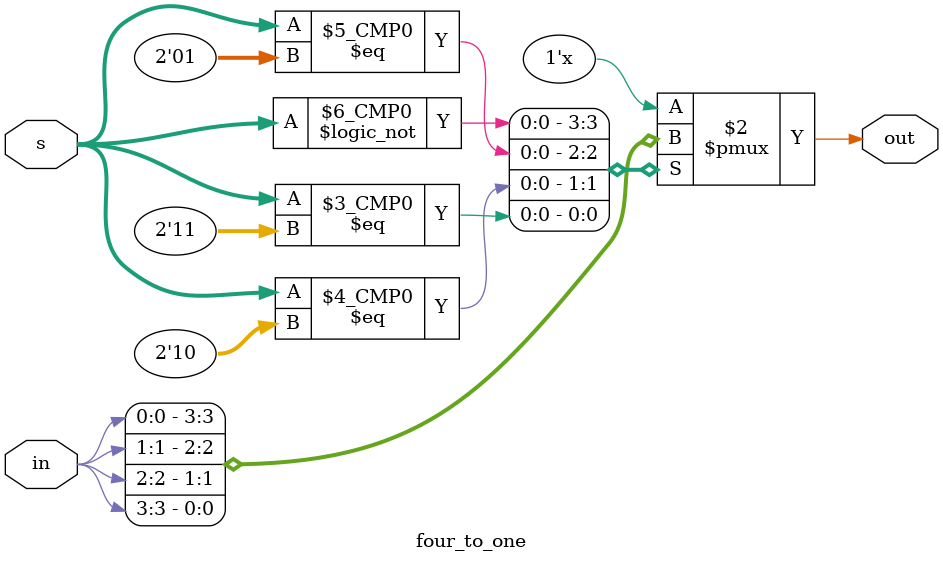
<source format=v>
module four_to_one(out, in, s);
output reg out;
input[3:0] in;
input [1:0] s;
always @(*)
begin
	case(s)
		2'b00 : out=in[0];
		2'b01 : out=in[1];
		2'b10 : out=in[2];
		2'b11 : out=in[3];
	endcase
end
endmodule

</source>
